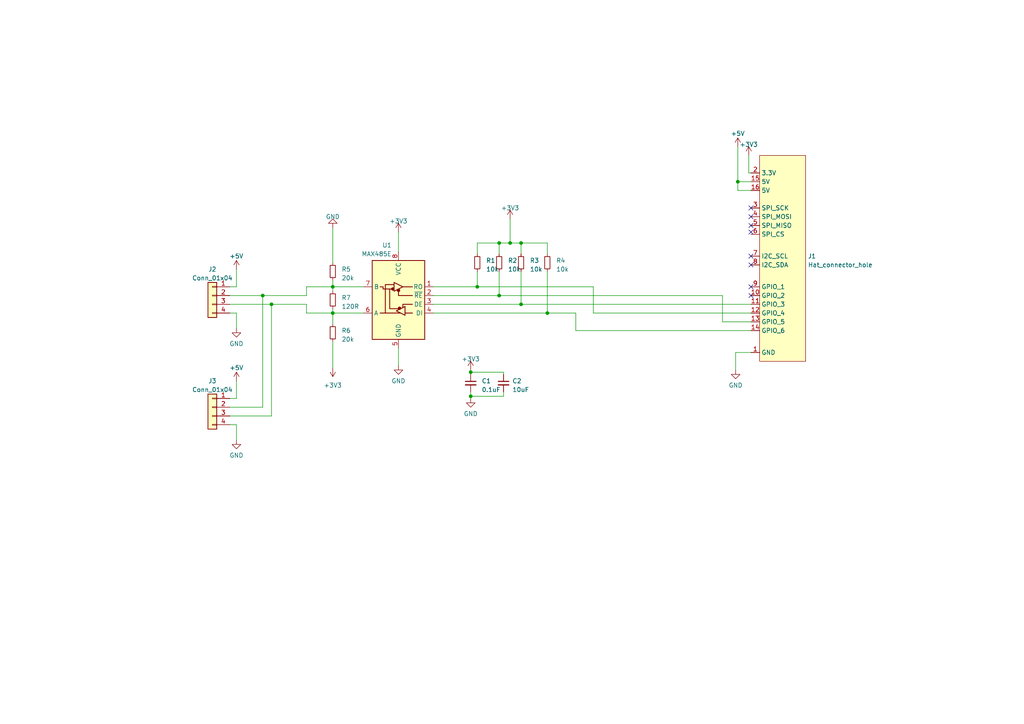
<source format=kicad_sch>
(kicad_sch (version 20230121) (generator eeschema)
  (paper "A4")
  (lib_symbols
    (symbol "0_connectors:Hat_connector_hole"
      (property "Reference" "J" (at 0 0 0))
      (property "Value" "Hat_connector_hole" (at 0 0 0))
      (symbol "Hat_connector_hole_0_0"
        (pin power_in line (at -8.89 -22.86 0) (length 2.54) (name "GND") (number "1"))
        (pin bidirectional line (at -8.89 -6.35 0) (length 2.54) (name "GPIO_2") (number "10"))
        (pin bidirectional line (at -8.89 -8.89 0) (length 2.54) (name "GPIO_3") (number "11"))
        (pin bidirectional line (at -8.89 -11.43 0) (length 2.54) (name "GPIO_4") (number "12"))
        (pin bidirectional line (at -8.89 -13.97 0) (length 2.54) (name "GPIO_5") (number "13"))
        (pin bidirectional line (at -8.89 -16.51 0) (length 2.54) (name "GPIO_6") (number "14"))
        (pin power_in line (at -8.89 26.67 0) (length 2.54) (name "5V") (number "15"))
        (pin power_in line (at -8.89 24.13 0) (length 2.54) (name "5V") (number "16"))
        (pin power_in line (at -8.89 29.21 0) (length 2.54) (name "3.3V") (number "2"))
        (pin output line (at -8.89 19.05 0) (length 2.54) (name "SPI_SCK") (number "3"))
        (pin output line (at -8.89 16.51 0) (length 2.54) (name "SPI_MOSI") (number "4"))
        (pin input line (at -8.89 13.97 0) (length 2.54) (name "SPI_MISO") (number "5"))
        (pin output line (at -8.89 11.43 0) (length 2.54) (name "SPI_CS") (number "6"))
        (pin output line (at -8.89 5.08 0) (length 2.54) (name "I2C_SCL") (number "7"))
        (pin bidirectional line (at -8.89 2.54 0) (length 2.54) (name "I2C_SDA") (number "8"))
        (pin bidirectional line (at -8.89 -3.81 0) (length 2.54) (name "GPIO_1") (number "9"))
      )
      (symbol "Hat_connector_hole_0_1"
        (rectangle (start -6.35 34.29) (end 6.985 -25.4) (fill (type background)))
      )
    )
    (symbol "Connector_Generic:Conn_01x04" (pin_names (offset 1.016) hide)
      (property "Reference" "J" (at 0 5.08 0))
      (property "Value" "Conn_01x04" (at 0 -7.62 0))
      (symbol "Conn_01x04_1_1"
        (rectangle (start -1.27 -4.953) (end 0 -5.207) (stroke (width 0.1524)))
        (rectangle (start -1.27 -2.413) (end 0 -2.667) (stroke (width 0.1524)))
        (rectangle (start -1.27 0.127) (end 0 -0.127) (stroke (width 0.1524)))
        (rectangle (start -1.27 2.667) (end 0 2.413) (stroke (width 0.1524)))
        (rectangle (start -1.27 3.81) (end 1.27 -6.35) (stroke (width 0.254)) (fill (type background)))
        (pin passive line (at -5.08 2.54 0) (length 3.81) (name "Pin_1") (number "1"))
        (pin passive line (at -5.08 0 0) (length 3.81) (name "Pin_2") (number "2"))
        (pin passive line (at -5.08 -2.54 0) (length 3.81) (name "Pin_3") (number "3"))
        (pin passive line (at -5.08 -5.08 0) (length 3.81) (name "Pin_4") (number "4"))
      )
    )
    (symbol "Device:C_Small" (pin_numbers hide) (pin_names (offset 0.254) hide)
      (property "Reference" "C" (at 0.254 1.778 0))
      (property "Value" "C_Small" (at 0.254 -2.032 0))
      (symbol "C_Small_0_1"
        (polyline (pts (xy -1.524 -0.508) (xy 1.524 -0.508)) (stroke (width 0.3302)))
        (polyline (pts (xy -1.524 0.508) (xy 1.524 0.508)) (stroke (width 0.3048)))
      )
      (symbol "C_Small_1_1"
        (pin passive line (at 0 2.54 270) (length 2.032) (name "~") (number "1"))
        (pin passive line (at 0 -2.54 90) (length 2.032) (name "~") (number "2"))
      )
    )
    (symbol "Device:R_Small" (pin_numbers hide) (pin_names (offset 0.254) hide)
      (property "Reference" "R" (at 0.762 0.508 0))
      (property "Value" "R_Small" (at 0.762 -1.016 0))
      (symbol "R_Small_0_1"
        (rectangle (start -0.762 1.778) (end 0.762 -1.778) (stroke (width 0.2032)))
      )
      (symbol "R_Small_1_1"
        (pin passive line (at 0 2.54 270) (length 0.762) (name "~") (number "1"))
        (pin passive line (at 0 -2.54 90) (length 0.762) (name "~") (number "2"))
      )
    )
    (symbol "Interface_UART:MAX485E"
      (property "Reference" "U" (at -6.096 11.43 0))
      (property "Value" "MAX485E" (at 0.762 11.43 0))
      (symbol "MAX485E_0_1"
        (rectangle (start -7.62 10.16) (end 7.62 -12.7) (stroke (width 0.254)) (fill (type background)))
        (circle (center -0.3048 -3.683) (radius 0.3556) (stroke (width 0.254)) (fill (type outline)))
        (circle (center -0.0254 1.4986) (radius 0.3556) (stroke (width 0.254)) (fill (type outline)))
        (polyline (pts (xy -4.064 -5.08) (xy -1.905 -5.08)) (stroke (width 0.254)))
        (polyline (pts (xy -4.064 2.54) (xy -1.27 2.54)) (stroke (width 0.254)))
        (polyline (pts (xy -1.27 -3.2004) (xy -1.27 -3.4544)) (stroke (width 0.254)))
        (polyline (pts (xy -0.635 -5.08) (xy 5.334 -5.08)) (stroke (width 0.254)))
        (polyline (pts (xy -4.064 -2.54) (xy -1.27 -2.54) (xy -1.27 -3.175)) (stroke (width 0.254)))
        (polyline (pts (xy 0 1.27) (xy 0 0) (xy -4.064 0)) (stroke (width 0.254)))
        (polyline (pts (xy 1.27 3.175) (xy 3.81 3.175) (xy 3.81 -5.08)) (stroke (width 0.254)))
        (polyline (pts (xy 2.54 1.905) (xy 2.54 -3.81) (xy 0 -3.81)) (stroke (width 0.254)))
        (polyline (pts (xy -1.905 -3.175) (xy -1.905 -5.715) (xy 0.635 -4.445) (xy -1.905 -3.175)) (stroke (width 0.254)))
        (polyline (pts (xy -1.27 2.54) (xy 1.27 3.81) (xy 1.27 1.27) (xy -1.27 2.54)) (stroke (width 0.254)))
        (polyline (pts (xy 1.905 1.905) (xy 4.445 1.905) (xy 4.445 2.54) (xy 5.334 2.54)) (stroke (width 0.254)))
        (rectangle (start 1.27 3.175) (end 1.27 3.175))
        (circle (center 1.651 1.905) (radius 0.3556) (stroke (width 0.254)) (fill (type outline)))
      )
      (symbol "MAX485E_1_1"
        (pin output line (at -10.16 2.54 0) (length 2.54) (name "RO") (number "1"))
        (pin input line (at -10.16 0 0) (length 2.54) (name "~{RE}") (number "2"))
        (pin input line (at -10.16 -2.54 0) (length 2.54) (name "DE") (number "3"))
        (pin input line (at -10.16 -5.08 0) (length 2.54) (name "DI") (number "4"))
        (pin power_in line (at 0 -15.24 90) (length 2.54) (name "GND") (number "5"))
        (pin bidirectional line (at 10.16 -5.08 180) (length 2.54) (name "A") (number "6"))
        (pin bidirectional line (at 10.16 2.54 180) (length 2.54) (name "B") (number "7"))
        (pin power_in line (at 0 12.7 270) (length 2.54) (name "VCC") (number "8"))
      )
    )
    (symbol "PCM_4ms_Power-symbol:+5V" (power) (pin_names (offset 0))
      (property "Value" "+5V" (at 0 3.556 0))
      (symbol "+5V_0_1"
        (polyline (pts (xy -0.762 1.27) (xy 0 2.54)))
        (polyline (pts (xy 0 0) (xy 0 2.54)))
        (polyline (pts (xy 0 2.54) (xy 0.762 1.27)))
      )
      (symbol "+5V_1_1"
        (pin power_in line (at 0 0 90) (length 0) hide (name "+5V") (number "1"))
      )
    )
    (symbol "PCM_4ms_Power-symbol:GND" (power) (pin_names (offset 0))
      (property "Value" "GND" (at 0 -3.81 0))
      (symbol "GND_0_1"
        (polyline (pts (xy 0 0) (xy 0 -1.27) (xy 1.27 -1.27) (xy 0 -2.54) (xy -1.27 -1.27) (xy 0 -1.27)))
      )
      (symbol "GND_1_1"
        (pin power_in line (at 0 0 270) (length 0) hide (name "GND") (number "1"))
      )
    )
    (symbol "power:+3V3" (power) (pin_names (offset 0))
      (property "Value" "+3V3" (at 0 3.556 0))
      (symbol "+3V3_0_1"
        (polyline (pts (xy -0.762 1.27) (xy 0 2.54)))
        (polyline (pts (xy 0 0) (xy 0 2.54)))
        (polyline (pts (xy 0 2.54) (xy 0.762 1.27)))
      )
      (symbol "+3V3_1_1"
        (pin power_in line (at 0 0 90) (length 0) hide (name "+3V3") (number "1"))
      )
    )
  )
  (junction (at 147.955 70.485))
  (junction (at 151.13 70.485))
  (junction (at 213.995 52.705))
  (junction (at 151.13 88.265))
  (junction (at 96.52 90.805))
  (junction (at 144.78 70.485))
  (junction (at 78.74 88.265))
  (junction (at 96.52 83.185))
  (junction (at 136.525 107.95))
  (junction (at 76.2 85.725))
  (junction (at 144.78 85.725))
  (junction (at 158.75 90.805))
  (junction (at 136.525 114.935))
  (junction (at 138.43 83.185))
  (no_connect (at 217.805 60.325))
  (no_connect (at 217.805 67.31))
  (no_connect (at 217.805 74.295))
  (no_connect (at 217.805 62.865))
  (no_connect (at 217.805 76.835))
  (no_connect (at 217.805 65.405))
  (no_connect (at 217.805 85.725))
  (no_connect (at 217.805 83.185))
  (wire (pts (xy 144.78 85.725) (xy 209.55 85.725)))
  (wire (pts (xy 68.58 123.19) (xy 68.58 127.635)))
  (wire (pts (xy 217.17 45.085) (xy 217.17 50.165)))
  (wire (pts (xy 88.9 85.725) (xy 88.9 83.185)))
  (wire (pts (xy 147.955 63.5) (xy 147.955 70.485)))
  (wire (pts (xy 66.675 123.19) (xy 68.58 123.19)))
  (wire (pts (xy 147.955 70.485) (xy 151.13 70.485)))
  (wire (pts (xy 144.78 73.66) (xy 144.78 70.485)))
  (wire (pts (xy 66.675 85.725) (xy 76.2 85.725)))
  (wire (pts (xy 167.005 90.805) (xy 158.75 90.805)))
  (wire (pts (xy 158.75 90.805) (xy 158.75 78.74)))
  (wire (pts (xy 158.75 70.485) (xy 158.75 73.66)))
  (wire (pts (xy 88.9 90.805) (xy 96.52 90.805)))
  (wire (pts (xy 78.74 88.265) (xy 88.9 88.265)))
  (wire (pts (xy 151.13 88.265) (xy 217.805 88.265)))
  (wire (pts (xy 66.675 88.265) (xy 78.74 88.265)))
  (wire (pts (xy 68.58 110.49) (xy 68.58 115.57)))
  (wire (pts (xy 144.78 70.485) (xy 147.955 70.485)))
  (wire (pts (xy 66.675 90.805) (xy 68.58 90.805)))
  (wire (pts (xy 146.05 113.665) (xy 146.05 114.935)))
  (wire (pts (xy 136.525 113.665) (xy 136.525 114.935)))
  (wire (pts (xy 125.73 85.725) (xy 144.78 85.725)))
  (wire (pts (xy 66.675 120.65) (xy 78.74 120.65)))
  (wire (pts (xy 217.17 50.165) (xy 217.805 50.165)))
  (wire (pts (xy 78.74 120.65) (xy 78.74 88.265)))
  (wire (pts (xy 213.36 107.315) (xy 213.36 102.235)))
  (wire (pts (xy 68.58 115.57) (xy 66.675 115.57)))
  (wire (pts (xy 136.525 107.315) (xy 136.525 107.95)))
  (wire (pts (xy 88.9 83.185) (xy 96.52 83.185)))
  (wire (pts (xy 68.58 78.105) (xy 68.58 83.185)))
  (wire (pts (xy 76.2 118.11) (xy 76.2 85.725)))
  (wire (pts (xy 96.52 83.185) (xy 105.41 83.185)))
  (wire (pts (xy 68.58 90.805) (xy 68.58 95.25)))
  (wire (pts (xy 96.52 90.805) (xy 105.41 90.805)))
  (wire (pts (xy 213.995 52.705) (xy 213.995 55.245)))
  (wire (pts (xy 213.36 102.235) (xy 217.805 102.235)))
  (wire (pts (xy 136.525 114.935) (xy 136.525 115.57)))
  (wire (pts (xy 213.995 52.705) (xy 217.805 52.705)))
  (wire (pts (xy 138.43 70.485) (xy 144.78 70.485)))
  (wire (pts (xy 96.52 90.805) (xy 96.52 93.98)))
  (wire (pts (xy 115.57 67.31) (xy 115.57 73.025)))
  (wire (pts (xy 125.73 90.805) (xy 158.75 90.805)))
  (wire (pts (xy 172.085 83.185) (xy 172.085 90.805)))
  (wire (pts (xy 68.58 83.185) (xy 66.675 83.185)))
  (wire (pts (xy 66.675 118.11) (xy 76.2 118.11)))
  (wire (pts (xy 167.005 95.885) (xy 167.005 90.805)))
  (wire (pts (xy 115.57 106.045) (xy 115.57 100.965)))
  (wire (pts (xy 88.9 88.265) (xy 88.9 90.805)))
  (wire (pts (xy 213.995 42.545) (xy 213.995 52.705)))
  (wire (pts (xy 138.43 70.485) (xy 138.43 73.66)))
  (wire (pts (xy 151.13 73.66) (xy 151.13 70.485)))
  (wire (pts (xy 125.73 88.265) (xy 151.13 88.265)))
  (wire (pts (xy 96.52 99.06) (xy 96.52 106.68)))
  (wire (pts (xy 96.52 81.28) (xy 96.52 83.185)))
  (wire (pts (xy 125.73 83.185) (xy 138.43 83.185)))
  (wire (pts (xy 209.55 85.725) (xy 209.55 93.345)))
  (wire (pts (xy 96.52 83.185) (xy 96.52 84.455)))
  (wire (pts (xy 138.43 83.185) (xy 172.085 83.185)))
  (wire (pts (xy 146.05 114.935) (xy 136.525 114.935)))
  (wire (pts (xy 96.52 66.04) (xy 96.52 76.2)))
  (wire (pts (xy 146.05 107.95) (xy 146.05 108.585)))
  (wire (pts (xy 213.995 55.245) (xy 217.805 55.245)))
  (wire (pts (xy 151.13 70.485) (xy 158.75 70.485)))
  (wire (pts (xy 136.525 107.95) (xy 146.05 107.95)))
  (wire (pts (xy 209.55 93.345) (xy 217.805 93.345)))
  (wire (pts (xy 151.13 88.265) (xy 151.13 78.74)))
  (wire (pts (xy 138.43 83.185) (xy 138.43 78.74)))
  (wire (pts (xy 76.2 85.725) (xy 88.9 85.725)))
  (wire (pts (xy 217.805 95.885) (xy 167.005 95.885)))
  (wire (pts (xy 144.78 85.725) (xy 144.78 78.74)))
  (wire (pts (xy 96.52 89.535) (xy 96.52 90.805)))
  (wire (pts (xy 172.085 90.805) (xy 217.805 90.805)))
  (wire (pts (xy 136.525 107.95) (xy 136.525 108.585)))
  (symbol (lib_id "Device:C_Small") (at 136.525 111.125 0) (unit 1)
    (property "Reference" "C1" (at 139.7 110.4963 0) (effects (justify left)))
    (property "Value" "0.1uF" (at 139.7 113.0363 0) (effects (justify left)))
    (property "Footprint" "Capacitor_SMD:C_0603_1608Metric_Pad1.08x0.95mm_HandSolder" (effects hide))
  )
  (symbol (lib_id "Connector_Generic:Conn_01x04") (at 61.595 85.725 0) (mirror y) (unit 1)
    (property "Reference" "J2" (at 61.595 78.105 0))
    (property "Value" "Conn_01x04" (at 61.595 80.645 0))
    (property "Footprint" "0_connectors:PicoBlade-JST-GH-1x04_1.25mm_Vertical" (effects hide))
  )
  (symbol (lib_id "Device:R_Small") (at 96.52 86.995 0) (mirror y) (unit 1)
    (property "Reference" "R7" (at 99.06 86.36 0) (effects (justify right)))
    (property "Value" "120R" (at 99.06 88.9 0) (effects (justify right)))
    (property "Footprint" "Resistor_SMD:R_0603_1608Metric_Pad0.98x0.95mm_HandSolder" (effects hide))
  )
  (symbol (lib_id "Device:R_Small") (at 96.52 78.74 0) (mirror y) (unit 1)
    (property "Reference" "R5" (at 99.06 78.105 0) (effects (justify right)))
    (property "Value" "20k" (at 99.06 80.645 0) (effects (justify right)))
    (property "Footprint" "Resistor_SMD:R_0603_1608Metric_Pad0.98x0.95mm_HandSolder" (effects hide))
  )
  (symbol (lib_id "Device:R_Small") (at 144.78 76.2 0) (mirror y) (unit 1)
    (property "Reference" "R2" (at 147.32 75.565 0) (effects (justify right)))
    (property "Value" "10k" (at 147.32 78.105 0) (effects (justify right)))
    (property "Footprint" "Resistor_SMD:R_0603_1608Metric_Pad0.98x0.95mm_HandSolder" (effects hide))
  )
  (symbol (lib_id "Device:R_Small") (at 138.43 76.2 0) (mirror y) (unit 1)
    (property "Reference" "R1" (at 140.97 75.565 0) (effects (justify right)))
    (property "Value" "10k" (at 140.97 78.105 0) (effects (justify right)))
    (property "Footprint" "Resistor_SMD:R_0603_1608Metric_Pad0.98x0.95mm_HandSolder" (effects hide))
  )
  (symbol (lib_id "power:+3V3") (at 136.525 107.315 0) (unit 1)
    (property "Reference" "#PWR01" (effects hide))
    (property "Value" "+3V3" (at 136.525 104.14 0))
  )
  (symbol (lib_id "Device:R_Small") (at 158.75 76.2 0) (mirror y) (unit 1)
    (property "Reference" "R4" (at 161.29 75.565 0) (effects (justify right)))
    (property "Value" "10k" (at 161.29 78.105 0) (effects (justify right)))
    (property "Footprint" "Resistor_SMD:R_0603_1608Metric_Pad0.98x0.95mm_HandSolder" (effects hide))
  )
  (symbol (lib_id "power:+3V3") (at 147.955 63.5 0) (unit 1)
    (property "Reference" "#PWR013" (effects hide))
    (property "Value" "+3V3" (at 147.955 60.325 0))
  )
  (symbol (lib_id "Device:R_Small") (at 96.52 96.52 0) (mirror y) (unit 1)
    (property "Reference" "R6" (at 99.06 95.885 0) (effects (justify right)))
    (property "Value" "20k" (at 99.06 98.425 0) (effects (justify right)))
    (property "Footprint" "Resistor_SMD:R_0603_1608Metric_Pad0.98x0.95mm_HandSolder" (effects hide))
  )
  (symbol (lib_id "Interface_UART:MAX485E") (at 115.57 85.725 0) (mirror y) (unit 1)
    (property "Reference" "U1" (at 113.6141 71.12 0) (effects (justify left)))
    (property "Value" "MAX485E" (at 113.6141 73.66 0) (effects (justify left)))
    (property "Footprint" "Package_SO:SOIC-8_3.9x4.9mm_P1.27mm" (effects hide))
    (property "Datasheet" "https://datasheets.maximintegrated.com/en/ds/MAX1487E-MAX491E.pdf" (effects hide))
  )
  (symbol (lib_id "PCM_4ms_Power-symbol:GND") (at 115.57 106.045 0) (unit 1)
    (property "Reference" "#PWR05" (effects hide))
    (property "Value" "GND" (at 115.57 110.49 0))
  )
  (symbol (lib_id "PCM_4ms_Power-symbol:+5V") (at 68.58 110.49 0) (unit 1)
    (property "Reference" "#PWR014" (effects hide))
    (property "Value" "+5V" (at 68.58 106.68 0))
  )
  (symbol (lib_id "PCM_4ms_Power-symbol:GND") (at 96.52 66.04 180) (unit 1)
    (property "Reference" "#PWR09" (effects hide))
    (property "Value" "GND" (at 96.52 62.865 0))
  )
  (symbol (lib_id "PCM_4ms_Power-symbol:GND") (at 68.58 95.25 0) (unit 1)
    (property "Reference" "#PWR07" (effects hide))
    (property "Value" "GND" (at 68.58 99.695 0))
  )
  (symbol (lib_id "power:+3V3") (at 115.57 67.31 0) (unit 1)
    (property "Reference" "#PWR010" (effects hide))
    (property "Value" "+3V3" (at 115.57 64.135 0))
  )
  (symbol (lib_id "Connector_Generic:Conn_01x04") (at 61.595 118.11 0) (mirror y) (unit 1)
    (property "Reference" "J3" (at 61.595 110.49 0))
    (property "Value" "Conn_01x04" (at 61.595 113.03 0))
    (property "Footprint" "0_connectors:PicoBlade-JST-GH-1x04_1.25mm_Vertical" (effects hide))
  )
  (symbol (lib_id "PCM_4ms_Power-symbol:+5V") (at 68.58 78.105 0) (unit 1)
    (property "Reference" "#PWR06" (effects hide))
    (property "Value" "+5V" (at 68.58 74.295 0))
  )
  (symbol (lib_id "power:+3V3") (at 217.17 45.085 0) (unit 1)
    (property "Reference" "#PWR012" (effects hide))
    (property "Value" "+3V3" (at 217.17 41.91 0))
  )
  (symbol (lib_id "Device:C_Small") (at 146.05 111.125 0) (unit 1)
    (property "Reference" "C2" (at 148.59 110.4963 0) (effects (justify left)))
    (property "Value" "10uF" (at 148.59 113.0363 0) (effects (justify left)))
    (property "Footprint" "Capacitor_SMD:C_0603_1608Metric_Pad1.08x0.95mm_HandSolder" (effects hide))
  )
  (symbol (lib_id "Device:R_Small") (at 151.13 76.2 0) (mirror y) (unit 1)
    (property "Reference" "R3" (at 153.67 75.565 0) (effects (justify right)))
    (property "Value" "10k" (at 153.67 78.105 0) (effects (justify right)))
    (property "Footprint" "Resistor_SMD:R_0603_1608Metric_Pad0.98x0.95mm_HandSolder" (effects hide))
  )
  (symbol (lib_id "0_connectors:Hat_connector_hole") (at 226.695 79.375 0) (unit 1)
    (property "Reference" "J1" (at 234.315 74.295 0) (effects (justify left)))
    (property "Value" "Hat_connector_hole" (at 234.315 76.835 0) (effects (justify left)))
    (property "Footprint" "0_connectors:Hat_connector_hole" (effects hide))
  )
  (symbol (lib_id "PCM_4ms_Power-symbol:GND") (at 68.58 127.635 0) (unit 1)
    (property "Reference" "#PWR08" (effects hide))
    (property "Value" "GND" (at 68.58 132.08 0))
  )
  (symbol (lib_id "power:+3V3") (at 96.52 106.68 180) (unit 1)
    (property "Reference" "#PWR02" (effects hide))
    (property "Value" "+3V3" (at 96.52 111.76 0))
  )
  (symbol (lib_id "PCM_4ms_Power-symbol:+5V") (at 213.995 42.545 0) (unit 1)
    (property "Reference" "#PWR03" (effects hide))
    (property "Value" "+5V" (at 213.995 38.735 0))
  )
  (symbol (lib_id "PCM_4ms_Power-symbol:GND") (at 213.36 107.315 0) (unit 1)
    (property "Reference" "#PWR04" (effects hide))
    (property "Value" "GND" (at 213.36 111.76 0))
  )
  (symbol (lib_id "PCM_4ms_Power-symbol:GND") (at 136.525 115.57 0) (unit 1)
    (property "Reference" "#PWR011" (effects hide))
    (property "Value" "GND" (at 136.525 120.015 0))
  )
)
</source>
